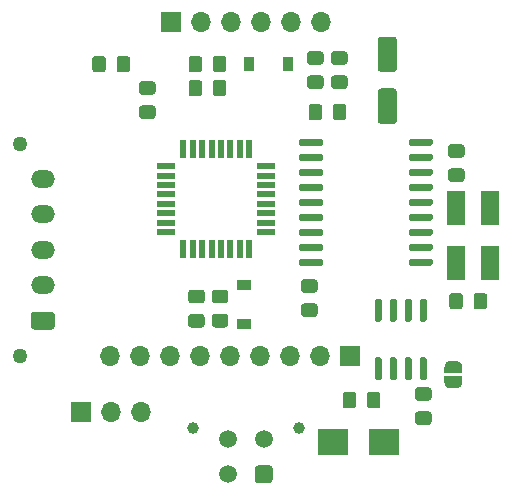
<source format=gbr>
%TF.GenerationSoftware,KiCad,Pcbnew,(5.1.12-1-10_14)*%
%TF.CreationDate,2022-01-19T19:17:41+01:00*%
%TF.ProjectId,CAN_Display,43414e5f-4469-4737-906c-61792e6b6963,rev?*%
%TF.SameCoordinates,Original*%
%TF.FileFunction,Soldermask,Top*%
%TF.FilePolarity,Negative*%
%FSLAX46Y46*%
G04 Gerber Fmt 4.6, Leading zero omitted, Abs format (unit mm)*
G04 Created by KiCad (PCBNEW (5.1.12-1-10_14)) date 2022-01-19 19:17:41*
%MOMM*%
%LPD*%
G01*
G04 APERTURE LIST*
%ADD10R,1.650000X2.850000*%
%ADD11O,1.700000X1.700000*%
%ADD12R,1.700000X1.700000*%
%ADD13R,0.550000X1.600000*%
%ADD14R,1.600000X0.550000*%
%ADD15R,2.500000X2.300000*%
%ADD16C,0.100000*%
%ADD17R,1.200000X0.900000*%
%ADD18R,0.900000X1.200000*%
%ADD19C,1.500000*%
%ADD20C,1.000000*%
%ADD21O,2.020000X1.500000*%
%ADD22C,1.270000*%
G04 APERTURE END LIST*
D10*
%TO.C,Y1*%
X177856000Y-88392000D03*
X177856000Y-93042000D03*
X175006000Y-93042000D03*
X175006000Y-88392000D03*
%TD*%
%TO.C,U2*%
G36*
G01*
X163725000Y-92814000D02*
X163725000Y-93114000D01*
G75*
G02*
X163575000Y-93264000I-150000J0D01*
G01*
X161825000Y-93264000D01*
G75*
G02*
X161675000Y-93114000I0J150000D01*
G01*
X161675000Y-92814000D01*
G75*
G02*
X161825000Y-92664000I150000J0D01*
G01*
X163575000Y-92664000D01*
G75*
G02*
X163725000Y-92814000I0J-150000D01*
G01*
G37*
G36*
G01*
X163725000Y-91544000D02*
X163725000Y-91844000D01*
G75*
G02*
X163575000Y-91994000I-150000J0D01*
G01*
X161825000Y-91994000D01*
G75*
G02*
X161675000Y-91844000I0J150000D01*
G01*
X161675000Y-91544000D01*
G75*
G02*
X161825000Y-91394000I150000J0D01*
G01*
X163575000Y-91394000D01*
G75*
G02*
X163725000Y-91544000I0J-150000D01*
G01*
G37*
G36*
G01*
X163725000Y-90274000D02*
X163725000Y-90574000D01*
G75*
G02*
X163575000Y-90724000I-150000J0D01*
G01*
X161825000Y-90724000D01*
G75*
G02*
X161675000Y-90574000I0J150000D01*
G01*
X161675000Y-90274000D01*
G75*
G02*
X161825000Y-90124000I150000J0D01*
G01*
X163575000Y-90124000D01*
G75*
G02*
X163725000Y-90274000I0J-150000D01*
G01*
G37*
G36*
G01*
X163725000Y-89004000D02*
X163725000Y-89304000D01*
G75*
G02*
X163575000Y-89454000I-150000J0D01*
G01*
X161825000Y-89454000D01*
G75*
G02*
X161675000Y-89304000I0J150000D01*
G01*
X161675000Y-89004000D01*
G75*
G02*
X161825000Y-88854000I150000J0D01*
G01*
X163575000Y-88854000D01*
G75*
G02*
X163725000Y-89004000I0J-150000D01*
G01*
G37*
G36*
G01*
X163725000Y-87734000D02*
X163725000Y-88034000D01*
G75*
G02*
X163575000Y-88184000I-150000J0D01*
G01*
X161825000Y-88184000D01*
G75*
G02*
X161675000Y-88034000I0J150000D01*
G01*
X161675000Y-87734000D01*
G75*
G02*
X161825000Y-87584000I150000J0D01*
G01*
X163575000Y-87584000D01*
G75*
G02*
X163725000Y-87734000I0J-150000D01*
G01*
G37*
G36*
G01*
X163725000Y-86464000D02*
X163725000Y-86764000D01*
G75*
G02*
X163575000Y-86914000I-150000J0D01*
G01*
X161825000Y-86914000D01*
G75*
G02*
X161675000Y-86764000I0J150000D01*
G01*
X161675000Y-86464000D01*
G75*
G02*
X161825000Y-86314000I150000J0D01*
G01*
X163575000Y-86314000D01*
G75*
G02*
X163725000Y-86464000I0J-150000D01*
G01*
G37*
G36*
G01*
X163725000Y-85194000D02*
X163725000Y-85494000D01*
G75*
G02*
X163575000Y-85644000I-150000J0D01*
G01*
X161825000Y-85644000D01*
G75*
G02*
X161675000Y-85494000I0J150000D01*
G01*
X161675000Y-85194000D01*
G75*
G02*
X161825000Y-85044000I150000J0D01*
G01*
X163575000Y-85044000D01*
G75*
G02*
X163725000Y-85194000I0J-150000D01*
G01*
G37*
G36*
G01*
X163725000Y-83924000D02*
X163725000Y-84224000D01*
G75*
G02*
X163575000Y-84374000I-150000J0D01*
G01*
X161825000Y-84374000D01*
G75*
G02*
X161675000Y-84224000I0J150000D01*
G01*
X161675000Y-83924000D01*
G75*
G02*
X161825000Y-83774000I150000J0D01*
G01*
X163575000Y-83774000D01*
G75*
G02*
X163725000Y-83924000I0J-150000D01*
G01*
G37*
G36*
G01*
X163725000Y-82654000D02*
X163725000Y-82954000D01*
G75*
G02*
X163575000Y-83104000I-150000J0D01*
G01*
X161825000Y-83104000D01*
G75*
G02*
X161675000Y-82954000I0J150000D01*
G01*
X161675000Y-82654000D01*
G75*
G02*
X161825000Y-82504000I150000J0D01*
G01*
X163575000Y-82504000D01*
G75*
G02*
X163725000Y-82654000I0J-150000D01*
G01*
G37*
G36*
G01*
X173025000Y-82654000D02*
X173025000Y-82954000D01*
G75*
G02*
X172875000Y-83104000I-150000J0D01*
G01*
X171125000Y-83104000D01*
G75*
G02*
X170975000Y-82954000I0J150000D01*
G01*
X170975000Y-82654000D01*
G75*
G02*
X171125000Y-82504000I150000J0D01*
G01*
X172875000Y-82504000D01*
G75*
G02*
X173025000Y-82654000I0J-150000D01*
G01*
G37*
G36*
G01*
X173025000Y-83924000D02*
X173025000Y-84224000D01*
G75*
G02*
X172875000Y-84374000I-150000J0D01*
G01*
X171125000Y-84374000D01*
G75*
G02*
X170975000Y-84224000I0J150000D01*
G01*
X170975000Y-83924000D01*
G75*
G02*
X171125000Y-83774000I150000J0D01*
G01*
X172875000Y-83774000D01*
G75*
G02*
X173025000Y-83924000I0J-150000D01*
G01*
G37*
G36*
G01*
X173025000Y-85194000D02*
X173025000Y-85494000D01*
G75*
G02*
X172875000Y-85644000I-150000J0D01*
G01*
X171125000Y-85644000D01*
G75*
G02*
X170975000Y-85494000I0J150000D01*
G01*
X170975000Y-85194000D01*
G75*
G02*
X171125000Y-85044000I150000J0D01*
G01*
X172875000Y-85044000D01*
G75*
G02*
X173025000Y-85194000I0J-150000D01*
G01*
G37*
G36*
G01*
X173025000Y-86464000D02*
X173025000Y-86764000D01*
G75*
G02*
X172875000Y-86914000I-150000J0D01*
G01*
X171125000Y-86914000D01*
G75*
G02*
X170975000Y-86764000I0J150000D01*
G01*
X170975000Y-86464000D01*
G75*
G02*
X171125000Y-86314000I150000J0D01*
G01*
X172875000Y-86314000D01*
G75*
G02*
X173025000Y-86464000I0J-150000D01*
G01*
G37*
G36*
G01*
X173025000Y-87734000D02*
X173025000Y-88034000D01*
G75*
G02*
X172875000Y-88184000I-150000J0D01*
G01*
X171125000Y-88184000D01*
G75*
G02*
X170975000Y-88034000I0J150000D01*
G01*
X170975000Y-87734000D01*
G75*
G02*
X171125000Y-87584000I150000J0D01*
G01*
X172875000Y-87584000D01*
G75*
G02*
X173025000Y-87734000I0J-150000D01*
G01*
G37*
G36*
G01*
X173025000Y-89004000D02*
X173025000Y-89304000D01*
G75*
G02*
X172875000Y-89454000I-150000J0D01*
G01*
X171125000Y-89454000D01*
G75*
G02*
X170975000Y-89304000I0J150000D01*
G01*
X170975000Y-89004000D01*
G75*
G02*
X171125000Y-88854000I150000J0D01*
G01*
X172875000Y-88854000D01*
G75*
G02*
X173025000Y-89004000I0J-150000D01*
G01*
G37*
G36*
G01*
X173025000Y-90274000D02*
X173025000Y-90574000D01*
G75*
G02*
X172875000Y-90724000I-150000J0D01*
G01*
X171125000Y-90724000D01*
G75*
G02*
X170975000Y-90574000I0J150000D01*
G01*
X170975000Y-90274000D01*
G75*
G02*
X171125000Y-90124000I150000J0D01*
G01*
X172875000Y-90124000D01*
G75*
G02*
X173025000Y-90274000I0J-150000D01*
G01*
G37*
G36*
G01*
X173025000Y-91544000D02*
X173025000Y-91844000D01*
G75*
G02*
X172875000Y-91994000I-150000J0D01*
G01*
X171125000Y-91994000D01*
G75*
G02*
X170975000Y-91844000I0J150000D01*
G01*
X170975000Y-91544000D01*
G75*
G02*
X171125000Y-91394000I150000J0D01*
G01*
X172875000Y-91394000D01*
G75*
G02*
X173025000Y-91544000I0J-150000D01*
G01*
G37*
G36*
G01*
X173025000Y-92814000D02*
X173025000Y-93114000D01*
G75*
G02*
X172875000Y-93264000I-150000J0D01*
G01*
X171125000Y-93264000D01*
G75*
G02*
X170975000Y-93114000I0J150000D01*
G01*
X170975000Y-92814000D01*
G75*
G02*
X171125000Y-92664000I150000J0D01*
G01*
X172875000Y-92664000D01*
G75*
G02*
X173025000Y-92814000I0J-150000D01*
G01*
G37*
%TD*%
D11*
%TO.C,J5*%
X148336000Y-105664000D03*
X145796000Y-105664000D03*
D12*
X143256000Y-105664000D03*
%TD*%
D13*
%TO.C,U1*%
X151886000Y-83380000D03*
X152686000Y-83380000D03*
X153486000Y-83380000D03*
X154286000Y-83380000D03*
X155086000Y-83380000D03*
X155886000Y-83380000D03*
X156686000Y-83380000D03*
X157486000Y-83380000D03*
D14*
X158936000Y-84830000D03*
X158936000Y-85630000D03*
X158936000Y-86430000D03*
X158936000Y-87230000D03*
X158936000Y-88030000D03*
X158936000Y-88830000D03*
X158936000Y-89630000D03*
X158936000Y-90430000D03*
D13*
X157486000Y-91880000D03*
X156686000Y-91880000D03*
X155886000Y-91880000D03*
X155086000Y-91880000D03*
X154286000Y-91880000D03*
X153486000Y-91880000D03*
X152686000Y-91880000D03*
X151886000Y-91880000D03*
D14*
X150436000Y-90430000D03*
X150436000Y-89630000D03*
X150436000Y-88830000D03*
X150436000Y-88030000D03*
X150436000Y-87230000D03*
X150436000Y-86430000D03*
X150436000Y-85630000D03*
X150436000Y-84830000D03*
%TD*%
D15*
%TO.C,D1*%
X168892000Y-108204000D03*
X164592000Y-108204000D03*
%TD*%
%TO.C,C9*%
G36*
G01*
X168614000Y-78256000D02*
X169714000Y-78256000D01*
G75*
G02*
X169964000Y-78506000I0J-250000D01*
G01*
X169964000Y-81006000D01*
G75*
G02*
X169714000Y-81256000I-250000J0D01*
G01*
X168614000Y-81256000D01*
G75*
G02*
X168364000Y-81006000I0J250000D01*
G01*
X168364000Y-78506000D01*
G75*
G02*
X168614000Y-78256000I250000J0D01*
G01*
G37*
G36*
G01*
X168614000Y-73856000D02*
X169714000Y-73856000D01*
G75*
G02*
X169964000Y-74106000I0J-250000D01*
G01*
X169964000Y-76606000D01*
G75*
G02*
X169714000Y-76856000I-250000J0D01*
G01*
X168614000Y-76856000D01*
G75*
G02*
X168364000Y-76606000I0J250000D01*
G01*
X168364000Y-74106000D01*
G75*
G02*
X168614000Y-73856000I250000J0D01*
G01*
G37*
%TD*%
D11*
%TO.C,J4*%
X163576000Y-72644000D03*
X161036000Y-72644000D03*
X158496000Y-72644000D03*
X155956000Y-72644000D03*
X153416000Y-72644000D03*
D12*
X150876000Y-72644000D03*
%TD*%
D11*
%TO.C,J1*%
X145680000Y-100920000D03*
X148220000Y-100920000D03*
X150760000Y-100920000D03*
X153300000Y-100920000D03*
X155840000Y-100920000D03*
X158380000Y-100920000D03*
X160920000Y-100920000D03*
X163460000Y-100920000D03*
D12*
X166000000Y-100920000D03*
%TD*%
%TO.C,R6*%
G36*
G01*
X162617999Y-77149000D02*
X163518001Y-77149000D01*
G75*
G02*
X163768000Y-77398999I0J-249999D01*
G01*
X163768000Y-78049001D01*
G75*
G02*
X163518001Y-78299000I-249999J0D01*
G01*
X162617999Y-78299000D01*
G75*
G02*
X162368000Y-78049001I0J249999D01*
G01*
X162368000Y-77398999D01*
G75*
G02*
X162617999Y-77149000I249999J0D01*
G01*
G37*
G36*
G01*
X162617999Y-75099000D02*
X163518001Y-75099000D01*
G75*
G02*
X163768000Y-75348999I0J-249999D01*
G01*
X163768000Y-75999001D01*
G75*
G02*
X163518001Y-76249000I-249999J0D01*
G01*
X162617999Y-76249000D01*
G75*
G02*
X162368000Y-75999001I0J249999D01*
G01*
X162368000Y-75348999D01*
G75*
G02*
X162617999Y-75099000I249999J0D01*
G01*
G37*
%TD*%
%TO.C,R5*%
G36*
G01*
X164649999Y-77149000D02*
X165550001Y-77149000D01*
G75*
G02*
X165800000Y-77398999I0J-249999D01*
G01*
X165800000Y-78049001D01*
G75*
G02*
X165550001Y-78299000I-249999J0D01*
G01*
X164649999Y-78299000D01*
G75*
G02*
X164400000Y-78049001I0J249999D01*
G01*
X164400000Y-77398999D01*
G75*
G02*
X164649999Y-77149000I249999J0D01*
G01*
G37*
G36*
G01*
X164649999Y-75099000D02*
X165550001Y-75099000D01*
G75*
G02*
X165800000Y-75348999I0J-249999D01*
G01*
X165800000Y-75999001D01*
G75*
G02*
X165550001Y-76249000I-249999J0D01*
G01*
X164649999Y-76249000D01*
G75*
G02*
X164400000Y-75999001I0J249999D01*
G01*
X164400000Y-75348999D01*
G75*
G02*
X164649999Y-75099000I249999J0D01*
G01*
G37*
%TD*%
%TO.C,R4*%
G36*
G01*
X154549999Y-97345000D02*
X155450001Y-97345000D01*
G75*
G02*
X155700000Y-97594999I0J-249999D01*
G01*
X155700000Y-98245001D01*
G75*
G02*
X155450001Y-98495000I-249999J0D01*
G01*
X154549999Y-98495000D01*
G75*
G02*
X154300000Y-98245001I0J249999D01*
G01*
X154300000Y-97594999D01*
G75*
G02*
X154549999Y-97345000I249999J0D01*
G01*
G37*
G36*
G01*
X154549999Y-95295000D02*
X155450001Y-95295000D01*
G75*
G02*
X155700000Y-95544999I0J-249999D01*
G01*
X155700000Y-96195001D01*
G75*
G02*
X155450001Y-96445000I-249999J0D01*
G01*
X154549999Y-96445000D01*
G75*
G02*
X154300000Y-96195001I0J249999D01*
G01*
X154300000Y-95544999D01*
G75*
G02*
X154549999Y-95295000I249999J0D01*
G01*
G37*
%TD*%
%TO.C,R2*%
G36*
G01*
X171761999Y-105597000D02*
X172662001Y-105597000D01*
G75*
G02*
X172912000Y-105846999I0J-249999D01*
G01*
X172912000Y-106497001D01*
G75*
G02*
X172662001Y-106747000I-249999J0D01*
G01*
X171761999Y-106747000D01*
G75*
G02*
X171512000Y-106497001I0J249999D01*
G01*
X171512000Y-105846999D01*
G75*
G02*
X171761999Y-105597000I249999J0D01*
G01*
G37*
G36*
G01*
X171761999Y-103547000D02*
X172662001Y-103547000D01*
G75*
G02*
X172912000Y-103796999I0J-249999D01*
G01*
X172912000Y-104447001D01*
G75*
G02*
X172662001Y-104697000I-249999J0D01*
G01*
X171761999Y-104697000D01*
G75*
G02*
X171512000Y-104447001I0J249999D01*
G01*
X171512000Y-103796999D01*
G75*
G02*
X171761999Y-103547000I249999J0D01*
G01*
G37*
%TD*%
%TO.C,R1*%
G36*
G01*
X154383000Y-76650001D02*
X154383000Y-75749999D01*
G75*
G02*
X154632999Y-75500000I249999J0D01*
G01*
X155283001Y-75500000D01*
G75*
G02*
X155533000Y-75749999I0J-249999D01*
G01*
X155533000Y-76650001D01*
G75*
G02*
X155283001Y-76900000I-249999J0D01*
G01*
X154632999Y-76900000D01*
G75*
G02*
X154383000Y-76650001I0J249999D01*
G01*
G37*
G36*
G01*
X152333000Y-76650001D02*
X152333000Y-75749999D01*
G75*
G02*
X152582999Y-75500000I249999J0D01*
G01*
X153233001Y-75500000D01*
G75*
G02*
X153483000Y-75749999I0J-249999D01*
G01*
X153483000Y-76650001D01*
G75*
G02*
X153233001Y-76900000I-249999J0D01*
G01*
X152582999Y-76900000D01*
G75*
G02*
X152333000Y-76650001I0J249999D01*
G01*
G37*
%TD*%
D16*
%TO.C,JP1*%
G36*
X174002602Y-101824000D02*
G01*
X174002602Y-101799466D01*
X174007412Y-101750635D01*
X174016984Y-101702510D01*
X174031228Y-101655555D01*
X174050005Y-101610222D01*
X174073136Y-101566949D01*
X174100396Y-101526150D01*
X174131524Y-101488221D01*
X174166221Y-101453524D01*
X174204150Y-101422396D01*
X174244949Y-101395136D01*
X174288222Y-101372005D01*
X174333555Y-101353228D01*
X174380510Y-101338984D01*
X174428635Y-101329412D01*
X174477466Y-101324602D01*
X174502000Y-101324602D01*
X174502000Y-101324000D01*
X175002000Y-101324000D01*
X175002000Y-101324602D01*
X175026534Y-101324602D01*
X175075365Y-101329412D01*
X175123490Y-101338984D01*
X175170445Y-101353228D01*
X175215778Y-101372005D01*
X175259051Y-101395136D01*
X175299850Y-101422396D01*
X175337779Y-101453524D01*
X175372476Y-101488221D01*
X175403604Y-101526150D01*
X175430864Y-101566949D01*
X175453995Y-101610222D01*
X175472772Y-101655555D01*
X175487016Y-101702510D01*
X175496588Y-101750635D01*
X175501398Y-101799466D01*
X175501398Y-101824000D01*
X175502000Y-101824000D01*
X175502000Y-102324000D01*
X174002000Y-102324000D01*
X174002000Y-101824000D01*
X174002602Y-101824000D01*
G37*
G36*
X175502000Y-102624000D02*
G01*
X175502000Y-103124000D01*
X175501398Y-103124000D01*
X175501398Y-103148534D01*
X175496588Y-103197365D01*
X175487016Y-103245490D01*
X175472772Y-103292445D01*
X175453995Y-103337778D01*
X175430864Y-103381051D01*
X175403604Y-103421850D01*
X175372476Y-103459779D01*
X175337779Y-103494476D01*
X175299850Y-103525604D01*
X175259051Y-103552864D01*
X175215778Y-103575995D01*
X175170445Y-103594772D01*
X175123490Y-103609016D01*
X175075365Y-103618588D01*
X175026534Y-103623398D01*
X175002000Y-103623398D01*
X175002000Y-103624000D01*
X174502000Y-103624000D01*
X174502000Y-103623398D01*
X174477466Y-103623398D01*
X174428635Y-103618588D01*
X174380510Y-103609016D01*
X174333555Y-103594772D01*
X174288222Y-103575995D01*
X174244949Y-103552864D01*
X174204150Y-103525604D01*
X174166221Y-103494476D01*
X174131524Y-103459779D01*
X174100396Y-103421850D01*
X174073136Y-103381051D01*
X174050005Y-103337778D01*
X174031228Y-103292445D01*
X174016984Y-103245490D01*
X174007412Y-103197365D01*
X174002602Y-103148534D01*
X174002602Y-103124000D01*
X174002000Y-103124000D01*
X174002000Y-102624000D01*
X175502000Y-102624000D01*
G37*
%TD*%
D17*
%TO.C,D4*%
X157000000Y-94920000D03*
X157000000Y-98220000D03*
%TD*%
D18*
%TO.C,D3*%
X157480000Y-76200000D03*
X160780000Y-76200000D03*
%TD*%
%TO.C,C14*%
G36*
G01*
X152549999Y-97345000D02*
X153450001Y-97345000D01*
G75*
G02*
X153700000Y-97594999I0J-249999D01*
G01*
X153700000Y-98245001D01*
G75*
G02*
X153450001Y-98495000I-249999J0D01*
G01*
X152549999Y-98495000D01*
G75*
G02*
X152300000Y-98245001I0J249999D01*
G01*
X152300000Y-97594999D01*
G75*
G02*
X152549999Y-97345000I249999J0D01*
G01*
G37*
G36*
G01*
X152549999Y-95295000D02*
X153450001Y-95295000D01*
G75*
G02*
X153700000Y-95544999I0J-249999D01*
G01*
X153700000Y-96195001D01*
G75*
G02*
X153450001Y-96445000I-249999J0D01*
G01*
X152549999Y-96445000D01*
G75*
G02*
X152300000Y-96195001I0J249999D01*
G01*
X152300000Y-95544999D01*
G75*
G02*
X152549999Y-95295000I249999J0D01*
G01*
G37*
%TD*%
%TO.C,C12*%
G36*
G01*
X154383000Y-78682001D02*
X154383000Y-77781999D01*
G75*
G02*
X154632999Y-77532000I249999J0D01*
G01*
X155283001Y-77532000D01*
G75*
G02*
X155533000Y-77781999I0J-249999D01*
G01*
X155533000Y-78682001D01*
G75*
G02*
X155283001Y-78932000I-249999J0D01*
G01*
X154632999Y-78932000D01*
G75*
G02*
X154383000Y-78682001I0J249999D01*
G01*
G37*
G36*
G01*
X152333000Y-78682001D02*
X152333000Y-77781999D01*
G75*
G02*
X152582999Y-77532000I249999J0D01*
G01*
X153233001Y-77532000D01*
G75*
G02*
X153483000Y-77781999I0J-249999D01*
G01*
X153483000Y-78682001D01*
G75*
G02*
X153233001Y-78932000I-249999J0D01*
G01*
X152582999Y-78932000D01*
G75*
G02*
X152333000Y-78682001I0J249999D01*
G01*
G37*
%TD*%
%TO.C,C11*%
G36*
G01*
X164543000Y-80714001D02*
X164543000Y-79813999D01*
G75*
G02*
X164792999Y-79564000I249999J0D01*
G01*
X165443001Y-79564000D01*
G75*
G02*
X165693000Y-79813999I0J-249999D01*
G01*
X165693000Y-80714001D01*
G75*
G02*
X165443001Y-80964000I-249999J0D01*
G01*
X164792999Y-80964000D01*
G75*
G02*
X164543000Y-80714001I0J249999D01*
G01*
G37*
G36*
G01*
X162493000Y-80714001D02*
X162493000Y-79813999D01*
G75*
G02*
X162742999Y-79564000I249999J0D01*
G01*
X163393001Y-79564000D01*
G75*
G02*
X163643000Y-79813999I0J-249999D01*
G01*
X163643000Y-80714001D01*
G75*
G02*
X163393001Y-80964000I-249999J0D01*
G01*
X162742999Y-80964000D01*
G75*
G02*
X162493000Y-80714001I0J249999D01*
G01*
G37*
%TD*%
%TO.C,C8*%
G36*
G01*
X167425000Y-105098001D02*
X167425000Y-104197999D01*
G75*
G02*
X167674999Y-103948000I249999J0D01*
G01*
X168325001Y-103948000D01*
G75*
G02*
X168575000Y-104197999I0J-249999D01*
G01*
X168575000Y-105098001D01*
G75*
G02*
X168325001Y-105348000I-249999J0D01*
G01*
X167674999Y-105348000D01*
G75*
G02*
X167425000Y-105098001I0J249999D01*
G01*
G37*
G36*
G01*
X165375000Y-105098001D02*
X165375000Y-104197999D01*
G75*
G02*
X165624999Y-103948000I249999J0D01*
G01*
X166275001Y-103948000D01*
G75*
G02*
X166525000Y-104197999I0J-249999D01*
G01*
X166525000Y-105098001D01*
G75*
G02*
X166275001Y-105348000I-249999J0D01*
G01*
X165624999Y-105348000D01*
G75*
G02*
X165375000Y-105098001I0J249999D01*
G01*
G37*
%TD*%
%TO.C,C7*%
G36*
G01*
X163010001Y-95553000D02*
X162109999Y-95553000D01*
G75*
G02*
X161860000Y-95303001I0J249999D01*
G01*
X161860000Y-94652999D01*
G75*
G02*
X162109999Y-94403000I249999J0D01*
G01*
X163010001Y-94403000D01*
G75*
G02*
X163260000Y-94652999I0J-249999D01*
G01*
X163260000Y-95303001D01*
G75*
G02*
X163010001Y-95553000I-249999J0D01*
G01*
G37*
G36*
G01*
X163010001Y-97603000D02*
X162109999Y-97603000D01*
G75*
G02*
X161860000Y-97353001I0J249999D01*
G01*
X161860000Y-96702999D01*
G75*
G02*
X162109999Y-96453000I249999J0D01*
G01*
X163010001Y-96453000D01*
G75*
G02*
X163260000Y-96702999I0J-249999D01*
G01*
X163260000Y-97353001D01*
G75*
G02*
X163010001Y-97603000I-249999J0D01*
G01*
G37*
%TD*%
%TO.C,C6*%
G36*
G01*
X149294001Y-78789000D02*
X148393999Y-78789000D01*
G75*
G02*
X148144000Y-78539001I0J249999D01*
G01*
X148144000Y-77888999D01*
G75*
G02*
X148393999Y-77639000I249999J0D01*
G01*
X149294001Y-77639000D01*
G75*
G02*
X149544000Y-77888999I0J-249999D01*
G01*
X149544000Y-78539001D01*
G75*
G02*
X149294001Y-78789000I-249999J0D01*
G01*
G37*
G36*
G01*
X149294001Y-80839000D02*
X148393999Y-80839000D01*
G75*
G02*
X148144000Y-80589001I0J249999D01*
G01*
X148144000Y-79938999D01*
G75*
G02*
X148393999Y-79689000I249999J0D01*
G01*
X149294001Y-79689000D01*
G75*
G02*
X149544000Y-79938999I0J-249999D01*
G01*
X149544000Y-80589001D01*
G75*
G02*
X149294001Y-80839000I-249999J0D01*
G01*
G37*
%TD*%
%TO.C,C5*%
G36*
G01*
X146237000Y-76650001D02*
X146237000Y-75749999D01*
G75*
G02*
X146486999Y-75500000I249999J0D01*
G01*
X147137001Y-75500000D01*
G75*
G02*
X147387000Y-75749999I0J-249999D01*
G01*
X147387000Y-76650001D01*
G75*
G02*
X147137001Y-76900000I-249999J0D01*
G01*
X146486999Y-76900000D01*
G75*
G02*
X146237000Y-76650001I0J249999D01*
G01*
G37*
G36*
G01*
X144187000Y-76650001D02*
X144187000Y-75749999D01*
G75*
G02*
X144436999Y-75500000I249999J0D01*
G01*
X145087001Y-75500000D01*
G75*
G02*
X145337000Y-75749999I0J-249999D01*
G01*
X145337000Y-76650001D01*
G75*
G02*
X145087001Y-76900000I-249999J0D01*
G01*
X144436999Y-76900000D01*
G75*
G02*
X144187000Y-76650001I0J249999D01*
G01*
G37*
%TD*%
%TO.C,C4*%
G36*
G01*
X175563000Y-95815999D02*
X175563000Y-96716001D01*
G75*
G02*
X175313001Y-96966000I-249999J0D01*
G01*
X174662999Y-96966000D01*
G75*
G02*
X174413000Y-96716001I0J249999D01*
G01*
X174413000Y-95815999D01*
G75*
G02*
X174662999Y-95566000I249999J0D01*
G01*
X175313001Y-95566000D01*
G75*
G02*
X175563000Y-95815999I0J-249999D01*
G01*
G37*
G36*
G01*
X177613000Y-95815999D02*
X177613000Y-96716001D01*
G75*
G02*
X177363001Y-96966000I-249999J0D01*
G01*
X176712999Y-96966000D01*
G75*
G02*
X176463000Y-96716001I0J249999D01*
G01*
X176463000Y-95815999D01*
G75*
G02*
X176712999Y-95566000I249999J0D01*
G01*
X177363001Y-95566000D01*
G75*
G02*
X177613000Y-95815999I0J-249999D01*
G01*
G37*
%TD*%
%TO.C,C3*%
G36*
G01*
X175456001Y-84123000D02*
X174555999Y-84123000D01*
G75*
G02*
X174306000Y-83873001I0J249999D01*
G01*
X174306000Y-83222999D01*
G75*
G02*
X174555999Y-82973000I249999J0D01*
G01*
X175456001Y-82973000D01*
G75*
G02*
X175706000Y-83222999I0J-249999D01*
G01*
X175706000Y-83873001D01*
G75*
G02*
X175456001Y-84123000I-249999J0D01*
G01*
G37*
G36*
G01*
X175456001Y-86173000D02*
X174555999Y-86173000D01*
G75*
G02*
X174306000Y-85923001I0J249999D01*
G01*
X174306000Y-85272999D01*
G75*
G02*
X174555999Y-85023000I249999J0D01*
G01*
X175456001Y-85023000D01*
G75*
G02*
X175706000Y-85272999I0J-249999D01*
G01*
X175706000Y-85923001D01*
G75*
G02*
X175456001Y-86173000I-249999J0D01*
G01*
G37*
%TD*%
%TO.C,U3*%
G36*
G01*
X172062000Y-101003000D02*
X172362000Y-101003000D01*
G75*
G02*
X172512000Y-101153000I0J-150000D01*
G01*
X172512000Y-102803000D01*
G75*
G02*
X172362000Y-102953000I-150000J0D01*
G01*
X172062000Y-102953000D01*
G75*
G02*
X171912000Y-102803000I0J150000D01*
G01*
X171912000Y-101153000D01*
G75*
G02*
X172062000Y-101003000I150000J0D01*
G01*
G37*
G36*
G01*
X170792000Y-101003000D02*
X171092000Y-101003000D01*
G75*
G02*
X171242000Y-101153000I0J-150000D01*
G01*
X171242000Y-102803000D01*
G75*
G02*
X171092000Y-102953000I-150000J0D01*
G01*
X170792000Y-102953000D01*
G75*
G02*
X170642000Y-102803000I0J150000D01*
G01*
X170642000Y-101153000D01*
G75*
G02*
X170792000Y-101003000I150000J0D01*
G01*
G37*
G36*
G01*
X169522000Y-101003000D02*
X169822000Y-101003000D01*
G75*
G02*
X169972000Y-101153000I0J-150000D01*
G01*
X169972000Y-102803000D01*
G75*
G02*
X169822000Y-102953000I-150000J0D01*
G01*
X169522000Y-102953000D01*
G75*
G02*
X169372000Y-102803000I0J150000D01*
G01*
X169372000Y-101153000D01*
G75*
G02*
X169522000Y-101003000I150000J0D01*
G01*
G37*
G36*
G01*
X168252000Y-101003000D02*
X168552000Y-101003000D01*
G75*
G02*
X168702000Y-101153000I0J-150000D01*
G01*
X168702000Y-102803000D01*
G75*
G02*
X168552000Y-102953000I-150000J0D01*
G01*
X168252000Y-102953000D01*
G75*
G02*
X168102000Y-102803000I0J150000D01*
G01*
X168102000Y-101153000D01*
G75*
G02*
X168252000Y-101003000I150000J0D01*
G01*
G37*
G36*
G01*
X168252000Y-96053000D02*
X168552000Y-96053000D01*
G75*
G02*
X168702000Y-96203000I0J-150000D01*
G01*
X168702000Y-97853000D01*
G75*
G02*
X168552000Y-98003000I-150000J0D01*
G01*
X168252000Y-98003000D01*
G75*
G02*
X168102000Y-97853000I0J150000D01*
G01*
X168102000Y-96203000D01*
G75*
G02*
X168252000Y-96053000I150000J0D01*
G01*
G37*
G36*
G01*
X169522000Y-96053000D02*
X169822000Y-96053000D01*
G75*
G02*
X169972000Y-96203000I0J-150000D01*
G01*
X169972000Y-97853000D01*
G75*
G02*
X169822000Y-98003000I-150000J0D01*
G01*
X169522000Y-98003000D01*
G75*
G02*
X169372000Y-97853000I0J150000D01*
G01*
X169372000Y-96203000D01*
G75*
G02*
X169522000Y-96053000I150000J0D01*
G01*
G37*
G36*
G01*
X170792000Y-96053000D02*
X171092000Y-96053000D01*
G75*
G02*
X171242000Y-96203000I0J-150000D01*
G01*
X171242000Y-97853000D01*
G75*
G02*
X171092000Y-98003000I-150000J0D01*
G01*
X170792000Y-98003000D01*
G75*
G02*
X170642000Y-97853000I0J150000D01*
G01*
X170642000Y-96203000D01*
G75*
G02*
X170792000Y-96053000I150000J0D01*
G01*
G37*
G36*
G01*
X172062000Y-96053000D02*
X172362000Y-96053000D01*
G75*
G02*
X172512000Y-96203000I0J-150000D01*
G01*
X172512000Y-97853000D01*
G75*
G02*
X172362000Y-98003000I-150000J0D01*
G01*
X172062000Y-98003000D01*
G75*
G02*
X171912000Y-97853000I0J150000D01*
G01*
X171912000Y-96203000D01*
G75*
G02*
X172062000Y-96053000I150000J0D01*
G01*
G37*
%TD*%
D19*
%TO.C,J3*%
X155702000Y-107920000D03*
X158702000Y-107920000D03*
X155702000Y-110920000D03*
G36*
G01*
X159452000Y-110420000D02*
X159452000Y-111420000D01*
G75*
G02*
X159202000Y-111670000I-250000J0D01*
G01*
X158202000Y-111670000D01*
G75*
G02*
X157952000Y-111420000I0J250000D01*
G01*
X157952000Y-110420000D01*
G75*
G02*
X158202000Y-110170000I250000J0D01*
G01*
X159202000Y-110170000D01*
G75*
G02*
X159452000Y-110420000I0J-250000D01*
G01*
G37*
D20*
X152702000Y-106980000D03*
X161702000Y-106980000D03*
%TD*%
D21*
%TO.C,J2*%
X140000000Y-85920000D03*
X140000000Y-88920000D03*
X140000000Y-91920000D03*
X140000000Y-94920000D03*
G36*
G01*
X140760000Y-98670000D02*
X139240000Y-98670000D01*
G75*
G02*
X138990000Y-98420000I0J250000D01*
G01*
X138990000Y-97420000D01*
G75*
G02*
X139240000Y-97170000I250000J0D01*
G01*
X140760000Y-97170000D01*
G75*
G02*
X141010000Y-97420000I0J-250000D01*
G01*
X141010000Y-98420000D01*
G75*
G02*
X140760000Y-98670000I-250000J0D01*
G01*
G37*
D22*
X138040000Y-82920000D03*
X138040000Y-100920000D03*
%TD*%
M02*

</source>
